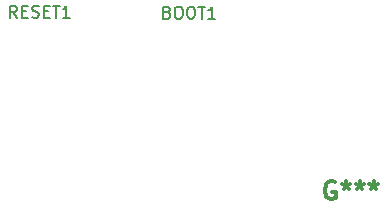
<source format=gbr>
%TF.GenerationSoftware,KiCad,Pcbnew,(6.0.10)*%
%TF.CreationDate,2023-02-07T21:59:56+13:00*%
%TF.ProjectId,orthoCode,6f727468-6f43-46f6-9465-2e6b69636164,rev?*%
%TF.SameCoordinates,Original*%
%TF.FileFunction,Other,Comment*%
%FSLAX46Y46*%
G04 Gerber Fmt 4.6, Leading zero omitted, Abs format (unit mm)*
G04 Created by KiCad (PCBNEW (6.0.10)) date 2023-02-07 21:59:56*
%MOMM*%
%LPD*%
G01*
G04 APERTURE LIST*
%ADD10C,0.150000*%
%ADD11C,0.300000*%
G04 APERTURE END LIST*
D10*
%TO.C,BOOT1*%
X206588792Y-120120809D02*
X206731649Y-120168428D01*
X206779268Y-120216047D01*
X206826887Y-120311285D01*
X206826887Y-120454142D01*
X206779268Y-120549380D01*
X206731649Y-120596999D01*
X206636411Y-120644618D01*
X206255459Y-120644618D01*
X206255459Y-119644618D01*
X206588792Y-119644618D01*
X206684030Y-119692238D01*
X206731649Y-119739857D01*
X206779268Y-119835095D01*
X206779268Y-119930333D01*
X206731649Y-120025571D01*
X206684030Y-120073190D01*
X206588792Y-120120809D01*
X206255459Y-120120809D01*
X207445935Y-119644618D02*
X207636411Y-119644618D01*
X207731649Y-119692238D01*
X207826887Y-119787476D01*
X207874506Y-119977952D01*
X207874506Y-120311285D01*
X207826887Y-120501761D01*
X207731649Y-120596999D01*
X207636411Y-120644618D01*
X207445935Y-120644618D01*
X207350697Y-120596999D01*
X207255459Y-120501761D01*
X207207840Y-120311285D01*
X207207840Y-119977952D01*
X207255459Y-119787476D01*
X207350697Y-119692238D01*
X207445935Y-119644618D01*
X208493554Y-119644618D02*
X208684030Y-119644618D01*
X208779268Y-119692238D01*
X208874506Y-119787476D01*
X208922126Y-119977952D01*
X208922126Y-120311285D01*
X208874506Y-120501761D01*
X208779268Y-120596999D01*
X208684030Y-120644618D01*
X208493554Y-120644618D01*
X208398316Y-120596999D01*
X208303078Y-120501761D01*
X208255459Y-120311285D01*
X208255459Y-119977952D01*
X208303078Y-119787476D01*
X208398316Y-119692238D01*
X208493554Y-119644618D01*
X209207840Y-119644618D02*
X209779268Y-119644618D01*
X209493554Y-120644618D02*
X209493554Y-119644618D01*
X210636411Y-120644618D02*
X210064983Y-120644618D01*
X210350697Y-120644618D02*
X210350697Y-119644618D01*
X210255459Y-119787476D01*
X210160221Y-119882714D01*
X210064983Y-119930333D01*
%TO.C,RESET1*%
X193849302Y-120560142D02*
X193515969Y-120083952D01*
X193277874Y-120560142D02*
X193277874Y-119560142D01*
X193658826Y-119560142D01*
X193754064Y-119607762D01*
X193801683Y-119655381D01*
X193849302Y-119750619D01*
X193849302Y-119893476D01*
X193801683Y-119988714D01*
X193754064Y-120036333D01*
X193658826Y-120083952D01*
X193277874Y-120083952D01*
X194277874Y-120036333D02*
X194611207Y-120036333D01*
X194754064Y-120560142D02*
X194277874Y-120560142D01*
X194277874Y-119560142D01*
X194754064Y-119560142D01*
X195135016Y-120512523D02*
X195277874Y-120560142D01*
X195515969Y-120560142D01*
X195611207Y-120512523D01*
X195658826Y-120464904D01*
X195706445Y-120369666D01*
X195706445Y-120274428D01*
X195658826Y-120179190D01*
X195611207Y-120131571D01*
X195515969Y-120083952D01*
X195325493Y-120036333D01*
X195230254Y-119988714D01*
X195182635Y-119941095D01*
X195135016Y-119845857D01*
X195135016Y-119750619D01*
X195182635Y-119655381D01*
X195230254Y-119607762D01*
X195325493Y-119560142D01*
X195563588Y-119560142D01*
X195706445Y-119607762D01*
X196135016Y-120036333D02*
X196468350Y-120036333D01*
X196611207Y-120560142D02*
X196135016Y-120560142D01*
X196135016Y-119560142D01*
X196611207Y-119560142D01*
X196896921Y-119560142D02*
X197468350Y-119560142D01*
X197182635Y-120560142D02*
X197182635Y-119560142D01*
X198325493Y-120560142D02*
X197754064Y-120560142D01*
X198039778Y-120560142D02*
X198039778Y-119560142D01*
X197944540Y-119703000D01*
X197849302Y-119798238D01*
X197754064Y-119845857D01*
D11*
%TO.C,G\u002A\u002A\u002A*%
X220777428Y-134498000D02*
X220632285Y-134425428D01*
X220414571Y-134425428D01*
X220196857Y-134498000D01*
X220051714Y-134643142D01*
X219979142Y-134788285D01*
X219906571Y-135078571D01*
X219906571Y-135296285D01*
X219979142Y-135586571D01*
X220051714Y-135731714D01*
X220196857Y-135876857D01*
X220414571Y-135949428D01*
X220559714Y-135949428D01*
X220777428Y-135876857D01*
X220850000Y-135804285D01*
X220850000Y-135296285D01*
X220559714Y-135296285D01*
X221720857Y-134425428D02*
X221720857Y-134788285D01*
X221358000Y-134643142D02*
X221720857Y-134788285D01*
X222083714Y-134643142D01*
X221503142Y-135078571D02*
X221720857Y-134788285D01*
X221938571Y-135078571D01*
X222882000Y-134425428D02*
X222882000Y-134788285D01*
X222519142Y-134643142D02*
X222882000Y-134788285D01*
X223244857Y-134643142D01*
X222664285Y-135078571D02*
X222882000Y-134788285D01*
X223099714Y-135078571D01*
X224043142Y-134425428D02*
X224043142Y-134788285D01*
X223680285Y-134643142D02*
X224043142Y-134788285D01*
X224406000Y-134643142D01*
X223825428Y-135078571D02*
X224043142Y-134788285D01*
X224260857Y-135078571D01*
%TD*%
M02*

</source>
